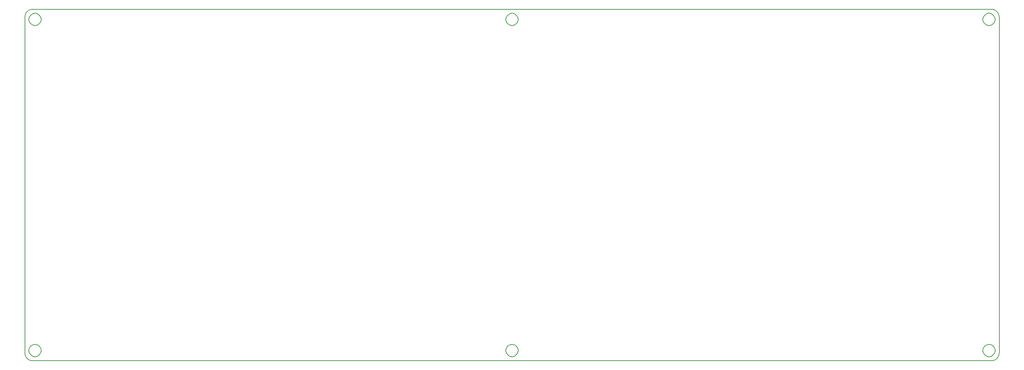
<source format=gbr>
%TF.GenerationSoftware,KiCad,Pcbnew,(6.0.11)*%
%TF.CreationDate,2023-04-14T22:13:07-06:00*%
%TF.ProjectId,JL Planck,4a4c2050-6c61-46e6-936b-2e6b69636164,rev?*%
%TF.SameCoordinates,Original*%
%TF.FileFunction,Profile,NP*%
%FSLAX46Y46*%
G04 Gerber Fmt 4.6, Leading zero omitted, Abs format (unit mm)*
G04 Created by KiCad (PCBNEW (6.0.11)) date 2023-04-14 22:13:07*
%MOMM*%
%LPD*%
G01*
G04 APERTURE LIST*
%TA.AperFunction,Profile*%
%ADD10C,0.203200*%
%TD*%
G04 APERTURE END LIST*
D10*
X55979551Y-132933854D02*
X55841741Y-132858064D01*
X54893656Y-48994749D02*
X54911570Y-48837749D01*
X173422681Y-129225559D02*
X173005681Y-129437759D01*
X290850681Y-51076849D02*
X291268681Y-50864849D01*
X290888681Y-47151149D02*
X291043681Y-47157849D01*
X175386681Y-130651819D02*
X175313681Y-130188799D01*
X291814681Y-49187749D02*
X291600681Y-48768649D01*
X292592681Y-48106149D02*
X292669681Y-48243649D01*
X56173851Y-129769869D02*
X55960261Y-130188799D01*
X289505681Y-48438049D02*
X289173681Y-48768649D01*
X291043681Y-47157849D02*
X291199681Y-47175849D01*
X56573481Y-133126781D02*
X56420521Y-133096464D01*
X55960261Y-49187749D02*
X55885841Y-49650549D01*
X57849551Y-51076849D02*
X58268471Y-50864849D01*
X289923681Y-129225559D02*
X289505681Y-129437759D01*
X175101681Y-50532549D02*
X175313681Y-50113749D01*
X291814681Y-131114839D02*
X291888681Y-130651819D01*
X292186681Y-132672030D02*
X292063681Y-132769869D01*
X289923681Y-51076849D02*
X290387681Y-51151249D01*
X173005681Y-129437759D02*
X172672681Y-129769869D01*
X291600681Y-129769869D02*
X291268681Y-129437759D01*
X291814681Y-50113749D02*
X291888681Y-49650549D01*
X292887681Y-131152049D02*
X292880681Y-131307769D01*
X172672681Y-129769869D02*
X172459681Y-130188799D01*
X58268471Y-50864849D02*
X58600591Y-50532549D01*
X56730581Y-47157849D02*
X56887681Y-47151149D01*
X55268481Y-47974849D02*
X55366324Y-47852449D01*
X291888681Y-49650549D02*
X291814681Y-49187749D01*
X54893656Y-131307769D02*
X54886766Y-131152049D01*
X55472433Y-47736749D02*
X55588186Y-47630549D01*
X55366324Y-47852449D02*
X55472433Y-47736749D01*
X289505681Y-131865879D02*
X289923681Y-132078089D01*
X58600591Y-48768649D02*
X58268471Y-48438049D01*
X55104496Y-132058799D02*
X55039728Y-131916859D01*
X175386681Y-49650549D02*
X175313681Y-49187749D01*
X172672681Y-48768649D02*
X172459681Y-49187749D01*
X57386531Y-51151249D02*
X57849551Y-51076849D01*
X290850681Y-129225559D02*
X290387681Y-129152499D01*
X173422681Y-132078089D02*
X173887681Y-132152509D01*
X292880681Y-131307769D02*
X292862681Y-131464869D01*
X174351681Y-51076849D02*
X174769681Y-50864849D01*
X175313681Y-131114839D02*
X175386681Y-130651819D01*
X56730581Y-133144696D02*
X56573481Y-133126781D01*
X291814681Y-130188799D02*
X291600681Y-129769869D01*
X172459681Y-49187749D02*
X172386681Y-49650549D01*
X289505681Y-129437759D02*
X289173681Y-129769869D01*
X175313681Y-130188799D02*
X175101681Y-129769869D01*
X174769681Y-131865879D02*
X175101681Y-131533769D01*
X174769681Y-129437759D02*
X174351681Y-129225559D01*
X173422681Y-51076849D02*
X173887681Y-51151249D01*
X291794681Y-132933854D02*
X291652681Y-133000000D01*
X292734681Y-48385849D02*
X292789681Y-48531949D01*
X173887681Y-51151249D02*
X174351681Y-51076849D01*
X291600681Y-48768649D02*
X291268681Y-48438049D01*
X288961681Y-49187749D02*
X288887681Y-49650549D01*
X58887221Y-49650549D02*
X58812781Y-49187749D01*
X291505681Y-133053746D02*
X291353681Y-133096464D01*
X289173681Y-129769869D02*
X288961681Y-130188799D01*
X291652681Y-47303849D02*
X291794681Y-47368849D01*
X289173681Y-48768649D02*
X288961681Y-49187749D01*
X54941887Y-48684649D02*
X54984606Y-48531949D01*
X290850681Y-48224249D02*
X290387681Y-48151249D01*
X288961681Y-130188799D02*
X288887681Y-130651819D01*
X58600591Y-131533769D02*
X58812781Y-131114839D01*
X56504581Y-129437759D02*
X56173851Y-129769869D01*
X55472433Y-132565918D02*
X55366324Y-132450169D01*
X175101681Y-48768649D02*
X174769681Y-48438049D01*
X55181666Y-132196609D02*
X55104496Y-132058799D01*
X58600591Y-50532549D02*
X58812781Y-50113749D01*
X54911570Y-131464869D02*
X54893656Y-131307769D01*
X291199681Y-133126781D02*
X291043681Y-133144696D01*
X291353681Y-133096464D02*
X291199681Y-133126781D01*
X56173851Y-50532549D02*
X56504581Y-50864849D01*
X292669681Y-132058799D02*
X292592681Y-132196609D01*
X292862681Y-48837749D02*
X292880681Y-48994749D01*
X292880681Y-48994749D02*
X292887681Y-49151749D01*
X292887681Y-49151749D02*
X292887681Y-131152049D01*
X58268471Y-129437759D02*
X57849551Y-129225559D01*
X55885841Y-49650549D02*
X55960261Y-50113749D01*
X55181666Y-48106149D02*
X55268481Y-47974849D01*
X173887681Y-132152509D02*
X174351681Y-132078089D01*
X58887221Y-130651819D02*
X58812781Y-130188799D01*
X56121491Y-47303849D02*
X56267561Y-47248849D01*
X174351681Y-129225559D02*
X173887681Y-129152499D01*
X58268471Y-131865879D02*
X58600591Y-131533769D01*
X56923511Y-51076849D02*
X57386531Y-51151249D01*
X173005681Y-50864849D02*
X173422681Y-51076849D01*
X174769681Y-48438049D02*
X174351681Y-48224249D01*
X291600681Y-50532549D02*
X291814681Y-50113749D01*
X56173851Y-131533769D02*
X56504581Y-131865879D01*
X54911570Y-48837749D02*
X54941887Y-48684649D01*
X175101681Y-131533769D02*
X175313681Y-131114839D01*
X290387681Y-51151249D02*
X290850681Y-51076849D01*
X288961681Y-50113749D02*
X289173681Y-50532549D01*
X172386681Y-49650549D02*
X172459681Y-50113749D01*
X54886766Y-131152049D02*
X54886766Y-49151749D01*
X55710833Y-47532849D02*
X55841741Y-47445749D01*
X291794681Y-47368849D02*
X291932681Y-47445749D01*
X291043681Y-133144696D02*
X290886681Y-133151586D01*
X56887681Y-133152964D02*
X56730581Y-133144696D01*
X292832681Y-48684649D02*
X292862681Y-48837749D01*
X291505681Y-47248849D02*
X291652681Y-47303849D01*
X54984606Y-48531949D02*
X55039728Y-48385849D01*
X291600681Y-131533769D02*
X291814681Y-131114839D01*
X292789681Y-131770789D02*
X292734681Y-131916859D01*
X290387681Y-129152499D02*
X289923681Y-129225559D01*
X55841741Y-132858064D02*
X55710833Y-132769869D01*
X292592681Y-132196609D02*
X292505681Y-132327519D01*
X292734681Y-131916859D02*
X292669681Y-132058799D01*
X289173681Y-131533769D02*
X289505681Y-131865879D01*
X57849551Y-132078089D02*
X58268471Y-131865879D01*
X174769681Y-50864849D02*
X175101681Y-50532549D01*
X57849551Y-129225559D02*
X57386531Y-129152499D01*
X56267561Y-47248849D02*
X56420521Y-47206149D01*
X292408681Y-132450169D02*
X292301681Y-132565918D01*
X173887681Y-48151249D02*
X173422681Y-48224249D01*
X290850681Y-132078089D02*
X291268681Y-131865879D01*
X55588186Y-132672030D02*
X55472433Y-132565918D01*
X173887681Y-129152499D02*
X173422681Y-129225559D01*
X55885841Y-130651819D02*
X55960261Y-131114839D01*
X56887681Y-47151149D02*
X290888681Y-47151149D01*
X289923681Y-132078089D02*
X290387681Y-132152509D01*
X292186681Y-47630549D02*
X292301681Y-47736749D01*
X57386531Y-132152509D02*
X57849551Y-132078089D01*
X56504581Y-131865879D02*
X56923511Y-132078089D01*
X290886681Y-133151586D02*
X56887681Y-133152964D01*
X55268481Y-132327519D02*
X55181666Y-132196609D01*
X173422681Y-48224249D02*
X173005681Y-48438049D01*
X56923511Y-48224249D02*
X56504581Y-48438049D01*
X292832681Y-131617829D02*
X292789681Y-131770789D01*
X288887681Y-49650549D02*
X288961681Y-50113749D01*
X58812781Y-130188799D02*
X58600591Y-129769869D01*
X291268681Y-50864849D02*
X291600681Y-50532549D01*
X58600591Y-129769869D02*
X58268471Y-129437759D01*
X291932681Y-132858064D02*
X291794681Y-132933854D01*
X57386531Y-48151249D02*
X56923511Y-48224249D01*
X55588186Y-47630549D02*
X55710833Y-47532849D01*
X288961681Y-131114839D02*
X289173681Y-131533769D01*
X172386681Y-130651819D02*
X172459681Y-131114839D01*
X55841741Y-47445749D02*
X55979551Y-47368849D01*
X57849551Y-48224249D02*
X57386531Y-48151249D01*
X58812781Y-50113749D02*
X58887221Y-49650549D01*
X292669681Y-48243649D02*
X292734681Y-48385849D01*
X174351681Y-48224249D02*
X173887681Y-48151249D01*
X56504581Y-48438049D02*
X56173851Y-48768649D01*
X57386531Y-129152499D02*
X56923511Y-129225559D01*
X58812781Y-49187749D02*
X58600591Y-48768649D01*
X292505681Y-47974849D02*
X292592681Y-48106149D01*
X173005681Y-131865879D02*
X173422681Y-132078089D01*
X292505681Y-132327519D02*
X292408681Y-132450169D01*
X55960261Y-50113749D02*
X56173851Y-50532549D01*
X56923511Y-132078089D02*
X57386531Y-132152509D01*
X55960261Y-130188799D02*
X55885841Y-130651819D01*
X172459681Y-130188799D02*
X172386681Y-130651819D01*
X292301681Y-132565918D02*
X292186681Y-132672030D01*
X55039728Y-48385849D02*
X55104496Y-48243649D01*
X175101681Y-129769869D02*
X174769681Y-129437759D01*
X289173681Y-50532549D02*
X289505681Y-50864849D01*
X291652681Y-133000000D02*
X291505681Y-133053746D01*
X56121491Y-133000000D02*
X55979551Y-132933854D01*
X55960261Y-131114839D02*
X56173851Y-131533769D01*
X55710833Y-132769869D02*
X55588186Y-132672030D01*
X54886766Y-49151749D02*
X54893656Y-48994749D01*
X56420521Y-47206149D02*
X56573481Y-47175849D01*
X175313681Y-49187749D02*
X175101681Y-48768649D01*
X56267561Y-133053746D02*
X56121491Y-133000000D01*
X291353681Y-47206149D02*
X291505681Y-47248849D01*
X172672681Y-50532549D02*
X173005681Y-50864849D01*
X292789681Y-48531949D02*
X292832681Y-48684649D01*
X56573481Y-47175849D02*
X56730581Y-47157849D01*
X56504581Y-50864849D02*
X56923511Y-51076849D01*
X292063681Y-47532849D02*
X292186681Y-47630549D01*
X290387681Y-48151249D02*
X289923681Y-48224249D01*
X292408681Y-47852449D02*
X292505681Y-47974849D01*
X291268681Y-131865879D02*
X291600681Y-131533769D01*
X172459681Y-131114839D02*
X172672681Y-131533769D01*
X291932681Y-47445749D02*
X292063681Y-47532849D01*
X55039728Y-131916859D02*
X54984606Y-131770789D01*
X54941887Y-131617829D02*
X54911570Y-131464869D01*
X55979551Y-47368849D02*
X56121491Y-47303849D01*
X292862681Y-131464869D02*
X292832681Y-131617829D01*
X174351681Y-132078089D02*
X174769681Y-131865879D01*
X291888681Y-130651819D02*
X291814681Y-130188799D01*
X290387681Y-132152509D02*
X290850681Y-132078089D01*
X292301681Y-47736749D02*
X292408681Y-47852449D01*
X56173851Y-48768649D02*
X55960261Y-49187749D01*
X55366324Y-132450169D02*
X55268481Y-132327519D01*
X58812781Y-131114839D02*
X58887221Y-130651819D01*
X55104496Y-48243649D02*
X55181666Y-48106149D01*
X56420521Y-133096464D02*
X56267561Y-133053746D01*
X175313681Y-50113749D02*
X175386681Y-49650549D01*
X56923511Y-129225559D02*
X56504581Y-129437759D01*
X58268471Y-48438049D02*
X57849551Y-48224249D01*
X54984606Y-131770789D02*
X54941887Y-131617829D01*
X173005681Y-48438049D02*
X172672681Y-48768649D01*
X172459681Y-50113749D02*
X172672681Y-50532549D01*
X291199681Y-47175849D02*
X291353681Y-47206149D01*
X289923681Y-48224249D02*
X289505681Y-48438049D01*
X288887681Y-130651819D02*
X288961681Y-131114839D01*
X289505681Y-50864849D02*
X289923681Y-51076849D01*
X172672681Y-131533769D02*
X173005681Y-131865879D01*
X291268681Y-48438049D02*
X290850681Y-48224249D01*
X291268681Y-129437759D02*
X290850681Y-129225559D01*
X292063681Y-132769869D02*
X291932681Y-132858064D01*
M02*

</source>
